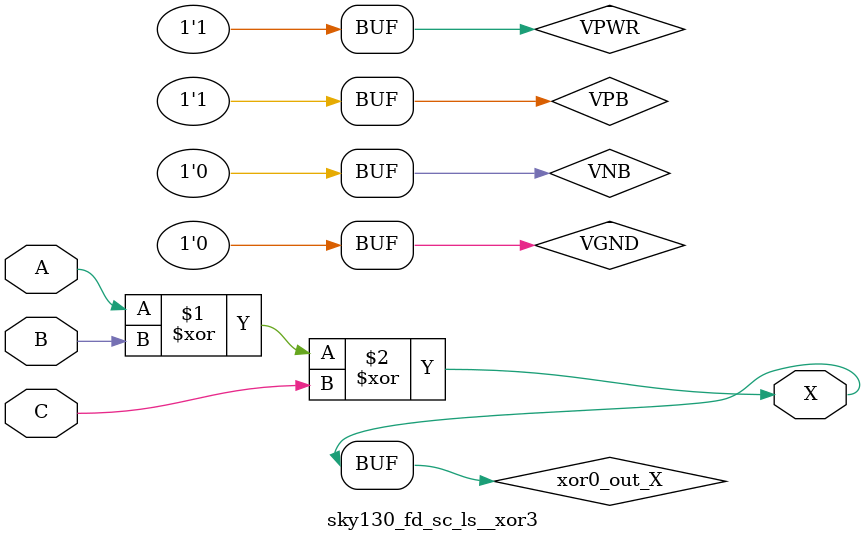
<source format=v>
/*
 * Copyright 2020 The SkyWater PDK Authors
 *
 * Licensed under the Apache License, Version 2.0 (the "License");
 * you may not use this file except in compliance with the License.
 * You may obtain a copy of the License at
 *
 *     https://www.apache.org/licenses/LICENSE-2.0
 *
 * Unless required by applicable law or agreed to in writing, software
 * distributed under the License is distributed on an "AS IS" BASIS,
 * WITHOUT WARRANTIES OR CONDITIONS OF ANY KIND, either express or implied.
 * See the License for the specific language governing permissions and
 * limitations under the License.
 *
 * SPDX-License-Identifier: Apache-2.0
*/


`ifndef SKY130_FD_SC_LS__XOR3_BEHAVIORAL_V
`define SKY130_FD_SC_LS__XOR3_BEHAVIORAL_V

/**
 * xor3: 3-input exclusive OR.
 *
 *       X = A ^ B ^ C
 *
 * Verilog simulation functional model.
 */

`timescale 1ns / 1ps
`default_nettype none

`celldefine
module sky130_fd_sc_ls__xor3 (
    X,
    A,
    B,
    C
);

    // Module ports
    output X;
    input  A;
    input  B;
    input  C;

    // Module supplies
    supply1 VPWR;
    supply0 VGND;
    supply1 VPB ;
    supply0 VNB ;

    // Local signals
    wire xor0_out_X;

    //  Name  Output      Other arguments
    xor xor0 (xor0_out_X, A, B, C        );
    buf buf0 (X         , xor0_out_X     );

endmodule
`endcelldefine

`default_nettype wire
`endif  // SKY130_FD_SC_LS__XOR3_BEHAVIORAL_V
</source>
